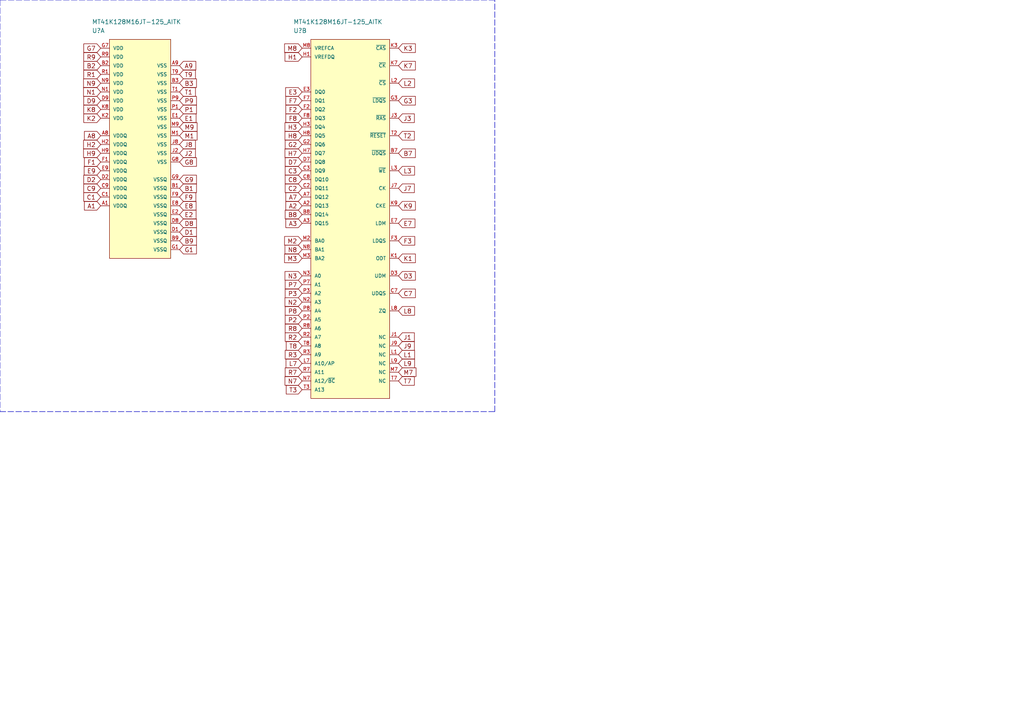
<source format=kicad_sch>
(kicad_sch (version 20201015) (generator eeschema)
  (paper "A4")
  (lib_symbols
    (symbol "eec:MT41K128M16JT-125_AITK" (pin_names (offset 1.016))
      (property "Reference" "U" (at 0 5.08 0))
      (property "Value" "MT41K128M16JT-125_AITK" (at 0 7.62 0))
      (symbol "MT41K128M16JT-125_AITK_1_1"
        (rectangle (start 5.08 2.54) (end 22.86 -60.96) (fill (type background)))
        (pin power_in line (at 2.54 0 0) (length 2.54) (name "VDD") (number "G7"))
        (pin power_in line (at 2.54 -2.54 0) (length 2.54) (name "VDD") (number "R9"))
        (pin power_in line (at 2.54 -5.08 0) (length 2.54) (name "VDD") (number "B2"))
        (pin power_in line (at 2.54 -7.62 0) (length 2.54) (name "VDD") (number "R1"))
        (pin power_in line (at 2.54 -10.16 0) (length 2.54) (name "VDD") (number "N9"))
        (pin power_in line (at 2.54 -12.7 0) (length 2.54) (name "VDD") (number "N1"))
        (pin power_in line (at 2.54 -15.24 0) (length 2.54) (name "VDD") (number "D9"))
        (pin power_in line (at 2.54 -17.78 0) (length 2.54) (name "VDD") (number "K8"))
        (pin power_in line (at 2.54 -20.32 0) (length 2.54) (name "VDD") (number "K2"))
        (pin power_in line (at 2.54 -25.4 0) (length 2.54) (name "VDDQ") (number "A8"))
        (pin power_in line (at 2.54 -27.94 0) (length 2.54) (name "VDDQ") (number "H2"))
        (pin power_in line (at 2.54 -30.48 0) (length 2.54) (name "VDDQ") (number "H9"))
        (pin power_in line (at 2.54 -33.02 0) (length 2.54) (name "VDDQ") (number "F1"))
        (pin power_in line (at 2.54 -35.56 0) (length 2.54) (name "VDDQ") (number "E9"))
        (pin power_in line (at 2.54 -38.1 0) (length 2.54) (name "VDDQ") (number "D2"))
        (pin power_in line (at 2.54 -40.64 0) (length 2.54) (name "VDDQ") (number "C9"))
        (pin power_in line (at 2.54 -43.18 0) (length 2.54) (name "VDDQ") (number "C1"))
        (pin power_in line (at 2.54 -45.72 0) (length 2.54) (name "VDDQ") (number "A1"))
        (pin power_in line (at 25.4 -5.08 180) (length 2.54) (name "VSS") (number "A9"))
        (pin power_in line (at 25.4 -7.62 180) (length 2.54) (name "VSS") (number "T9"))
        (pin power_in line (at 25.4 -10.16 180) (length 2.54) (name "VSS") (number "B3"))
        (pin power_in line (at 25.4 -12.7 180) (length 2.54) (name "VSS") (number "T1"))
        (pin power_in line (at 25.4 -15.24 180) (length 2.54) (name "VSS") (number "P9"))
        (pin power_in line (at 25.4 -17.78 180) (length 2.54) (name "VSS") (number "P1"))
        (pin power_in line (at 25.4 -20.32 180) (length 2.54) (name "VSS") (number "E1"))
        (pin power_in line (at 25.4 -22.86 180) (length 2.54) (name "VSS") (number "M9"))
        (pin power_in line (at 25.4 -25.4 180) (length 2.54) (name "VSS") (number "M1"))
        (pin power_in line (at 25.4 -27.94 180) (length 2.54) (name "VSS") (number "J8"))
        (pin power_in line (at 25.4 -30.48 180) (length 2.54) (name "VSS") (number "J2"))
        (pin power_in line (at 25.4 -33.02 180) (length 2.54) (name "VSS") (number "G8"))
        (pin power_in line (at 25.4 -38.1 180) (length 2.54) (name "VSSQ") (number "G9"))
        (pin power_in line (at 25.4 -40.64 180) (length 2.54) (name "VSSQ") (number "B1"))
        (pin power_in line (at 25.4 -43.18 180) (length 2.54) (name "VSSQ") (number "F9"))
        (pin power_in line (at 25.4 -45.72 180) (length 2.54) (name "VSSQ") (number "E8"))
        (pin power_in line (at 25.4 -48.26 180) (length 2.54) (name "VSSQ") (number "E2"))
        (pin power_in line (at 25.4 -50.8 180) (length 2.54) (name "VSSQ") (number "D8"))
        (pin power_in line (at 25.4 -53.34 180) (length 2.54) (name "VSSQ") (number "D1"))
        (pin power_in line (at 25.4 -55.88 180) (length 2.54) (name "VSSQ") (number "B9"))
        (pin power_in line (at 25.4 -58.42 180) (length 2.54) (name "VSSQ") (number "G1"))
      )
      (symbol "MT41K128M16JT-125_AITK_2_1"
        (rectangle (start 5.08 2.54) (end 27.94 -101.6) (fill (type background)))
        (pin bidirectional line (at 2.54 -12.7 0) (length 2.54) (name "DQ0") (number "E3"))
        (pin bidirectional line (at 2.54 -15.24 0) (length 2.54) (name "DQ1") (number "F7"))
        (pin bidirectional line (at 2.54 -17.78 0) (length 2.54) (name "DQ2") (number "F2"))
        (pin bidirectional line (at 2.54 -20.32 0) (length 2.54) (name "DQ3") (number "F8"))
        (pin bidirectional line (at 2.54 -22.86 0) (length 2.54) (name "DQ4") (number "H3"))
        (pin bidirectional line (at 2.54 -25.4 0) (length 2.54) (name "DQ5") (number "H8"))
        (pin bidirectional line (at 2.54 -27.94 0) (length 2.54) (name "DQ6") (number "G2"))
        (pin bidirectional line (at 2.54 -30.48 0) (length 2.54) (name "DQ7") (number "H7"))
        (pin bidirectional line (at 2.54 -33.02 0) (length 2.54) (name "DQ8") (number "D7"))
        (pin bidirectional line (at 2.54 -35.56 0) (length 2.54) (name "DQ9") (number "C3"))
        (pin bidirectional line (at 2.54 -38.1 0) (length 2.54) (name "DQ10") (number "C8"))
        (pin bidirectional line (at 2.54 -40.64 0) (length 2.54) (name "DQ11") (number "C2"))
        (pin bidirectional line (at 2.54 -43.18 0) (length 2.54) (name "DQ12") (number "A7"))
        (pin bidirectional line (at 2.54 -45.72 0) (length 2.54) (name "DQ13") (number "A2"))
        (pin bidirectional line (at 2.54 -48.26 0) (length 2.54) (name "DQ14") (number "B8"))
        (pin bidirectional line (at 2.54 -50.8 0) (length 2.54) (name "DQ15") (number "A3"))
        (pin bidirectional line (at 2.54 -55.88 0) (length 2.54) (name "BA0") (number "M2"))
        (pin bidirectional line (at 2.54 -58.42 0) (length 2.54) (name "BA1") (number "N8"))
        (pin bidirectional line (at 2.54 -60.96 0) (length 2.54) (name "BA2") (number "M3"))
        (pin input line (at 30.48 0 180) (length 2.54) (name "~CAS~") (number "K3"))
        (pin input line (at 30.48 -5.08 180) (length 2.54) (name "~CK~") (number "K7"))
        (pin input line (at 30.48 -10.16 180) (length 2.54) (name "~CS~") (number "L2"))
        (pin bidirectional line (at 30.48 -15.24 180) (length 2.54) (name "~LDQS~") (number "G3"))
        (pin input line (at 30.48 -20.32 180) (length 2.54) (name "~RAS~") (number "J3"))
        (pin input line (at 30.48 -25.4 180) (length 2.54) (name "~RESET~") (number "T2"))
        (pin bidirectional line (at 30.48 -30.48 180) (length 2.54) (name "~UDQS~") (number "B7"))
        (pin input line (at 30.48 -35.56 180) (length 2.54) (name "~WE~") (number "L3"))
        (pin input line (at 2.54 -66.04 0) (length 2.54) (name "A0") (number "N3"))
        (pin input line (at 2.54 -68.58 0) (length 2.54) (name "A1") (number "P7"))
        (pin input line (at 2.54 -71.12 0) (length 2.54) (name "A2") (number "P3"))
        (pin input line (at 2.54 -73.66 0) (length 2.54) (name "A3") (number "N2"))
        (pin input line (at 2.54 -76.2 0) (length 2.54) (name "A4") (number "P8"))
        (pin input line (at 2.54 -78.74 0) (length 2.54) (name "A5") (number "P2"))
        (pin input line (at 2.54 -81.28 0) (length 2.54) (name "A6") (number "R8"))
        (pin input line (at 2.54 -83.82 0) (length 2.54) (name "A7") (number "R2"))
        (pin input line (at 2.54 -86.36 0) (length 2.54) (name "A8") (number "T8"))
        (pin input line (at 2.54 -88.9 0) (length 2.54) (name "A9") (number "R3"))
        (pin input line (at 2.54 -91.44 0) (length 2.54) (name "A10/AP") (number "L7"))
        (pin input line (at 2.54 -93.98 0) (length 2.54) (name "A11") (number "R7"))
        (pin input line (at 2.54 -96.52 0) (length 2.54) (name "A12/~BC~") (number "N7"))
        (pin input line (at 2.54 -99.06 0) (length 2.54) (name "A13") (number "T3"))
        (pin input line (at 30.48 -40.64 180) (length 2.54) (name "CK") (number "J7"))
        (pin input line (at 30.48 -45.72 180) (length 2.54) (name "CKE") (number "K9"))
        (pin input line (at 30.48 -50.8 180) (length 2.54) (name "LDM") (number "E7"))
        (pin bidirectional line (at 30.48 -55.88 180) (length 2.54) (name "LDQS") (number "F3"))
        (pin input line (at 30.48 -60.96 180) (length 2.54) (name "ODT") (number "K1"))
        (pin input line (at 30.48 -66.04 180) (length 2.54) (name "UDM") (number "D3"))
        (pin bidirectional line (at 30.48 -71.12 180) (length 2.54) (name "UDQS") (number "C7"))
        (pin power_in line (at 2.54 0 0) (length 2.54) (name "VREFCA") (number "M8"))
        (pin power_in line (at 2.54 -2.54 0) (length 2.54) (name "VREFDQ") (number "H1"))
        (pin passive line (at 30.48 -76.2 180) (length 2.54) (name "ZQ") (number "L8"))
        (pin passive line (at 30.48 -83.82 180) (length 2.54) (name "NC") (number "J1"))
        (pin passive line (at 30.48 -86.36 180) (length 2.54) (name "NC") (number "J9"))
        (pin passive line (at 30.48 -88.9 180) (length 2.54) (name "NC") (number "L1"))
        (pin passive line (at 30.48 -91.44 180) (length 2.54) (name "NC") (number "L9"))
        (pin passive line (at 30.48 -93.98 180) (length 2.54) (name "NC") (number "M7"))
        (pin passive line (at 30.48 -96.52 180) (length 2.54) (name "NC") (number "T7"))
      )
    )
  )
  (polyline (pts (xy 0 0) (xy 0 119.38)) (stroke (width 0) (type dash)))
  (polyline (pts (xy 0 119.38) (xy 143.51 119.38)) (stroke (width 0) (type dash)))
  (polyline (pts (xy 143.51 0) (xy 0 0)) (stroke (width 0) (type dash)))
  (polyline (pts (xy 143.51 119.38) (xy 143.51 0)) (stroke (width 0) (type dash)))
  (text "D U66\nF .*\nV .*" (at 0 0 0) (effects (font (size 1.27 1.27)) (justify left bottom)))
  (global_label "G7" (shape input) (at 29.21 13.97 180) (property "Intersheet References" "${INTERSHEET_REFS}" (effects hide)))
  (global_label "R9" (shape input) (at 29.21 16.51 180) (property "Intersheet References" "${INTERSHEET_REFS}" (effects hide)))
  (global_label "B2" (shape input) (at 29.21 19.05 180) (property "Intersheet References" "${INTERSHEET_REFS}" (effects hide)))
  (global_label "R1" (shape input) (at 29.21 21.59 180) (property "Intersheet References" "${INTERSHEET_REFS}" (effects hide)))
  (global_label "N9" (shape input) (at 29.21 24.13 180) (property "Intersheet References" "${INTERSHEET_REFS}" (effects hide)))
  (global_label "N1" (shape input) (at 29.21 26.67 180) (property "Intersheet References" "${INTERSHEET_REFS}" (effects hide)))
  (global_label "D9" (shape input) (at 29.21 29.21 180) (property "Intersheet References" "${INTERSHEET_REFS}" (effects hide)))
  (global_label "K8" (shape input) (at 29.21 31.75 180) (property "Intersheet References" "${INTERSHEET_REFS}" (effects hide)))
  (global_label "K2" (shape input) (at 29.21 34.29 180) (property "Intersheet References" "${INTERSHEET_REFS}" (effects hide)))
  (global_label "A8" (shape input) (at 29.21 39.37 180) (property "Intersheet References" "${INTERSHEET_REFS}" (effects hide)))
  (global_label "H2" (shape input) (at 29.21 41.91 180) (property "Intersheet References" "${INTERSHEET_REFS}" (effects hide)))
  (global_label "H9" (shape input) (at 29.21 44.45 180) (property "Intersheet References" "${INTERSHEET_REFS}" (effects hide)))
  (global_label "F1" (shape input) (at 29.21 46.99 180) (property "Intersheet References" "${INTERSHEET_REFS}" (effects hide)))
  (global_label "E9" (shape input) (at 29.21 49.53 180) (property "Intersheet References" "${INTERSHEET_REFS}" (effects hide)))
  (global_label "D2" (shape input) (at 29.21 52.07 180) (property "Intersheet References" "${INTERSHEET_REFS}" (effects hide)))
  (global_label "C9" (shape input) (at 29.21 54.61 180) (property "Intersheet References" "${INTERSHEET_REFS}" (effects hide)))
  (global_label "C1" (shape input) (at 29.21 57.15 180) (property "Intersheet References" "${INTERSHEET_REFS}" (effects hide)))
  (global_label "A1" (shape input) (at 29.21 59.69 180) (property "Intersheet References" "${INTERSHEET_REFS}" (effects hide)))
  (global_label "A9" (shape input) (at 52.07 19.05 0) (property "Intersheet References" "${INTERSHEET_REFS}" (effects hide)))
  (global_label "T9" (shape input) (at 52.07 21.59 0) (property "Intersheet References" "${INTERSHEET_REFS}" (effects hide)))
  (global_label "B3" (shape input) (at 52.07 24.13 0) (property "Intersheet References" "${INTERSHEET_REFS}" (effects hide)))
  (global_label "T1" (shape input) (at 52.07 26.67 0) (property "Intersheet References" "${INTERSHEET_REFS}" (effects hide)))
  (global_label "P9" (shape input) (at 52.07 29.21 0) (property "Intersheet References" "${INTERSHEET_REFS}" (effects hide)))
  (global_label "P1" (shape input) (at 52.07 31.75 0) (property "Intersheet References" "${INTERSHEET_REFS}" (effects hide)))
  (global_label "E1" (shape input) (at 52.07 34.29 0) (property "Intersheet References" "${INTERSHEET_REFS}" (effects hide)))
  (global_label "M9" (shape input) (at 52.07 36.83 0) (property "Intersheet References" "${INTERSHEET_REFS}" (effects hide)))
  (global_label "M1" (shape input) (at 52.07 39.37 0) (property "Intersheet References" "${INTERSHEET_REFS}" (effects hide)))
  (global_label "J8" (shape input) (at 52.07 41.91 0) (property "Intersheet References" "${INTERSHEET_REFS}" (effects hide)))
  (global_label "J2" (shape input) (at 52.07 44.45 0) (property "Intersheet References" "${INTERSHEET_REFS}" (effects hide)))
  (global_label "G8" (shape input) (at 52.07 46.99 0) (property "Intersheet References" "${INTERSHEET_REFS}" (effects hide)))
  (global_label "G9" (shape input) (at 52.07 52.07 0) (property "Intersheet References" "${INTERSHEET_REFS}" (effects hide)))
  (global_label "B1" (shape input) (at 52.07 54.61 0) (property "Intersheet References" "${INTERSHEET_REFS}" (effects hide)))
  (global_label "F9" (shape input) (at 52.07 57.15 0) (property "Intersheet References" "${INTERSHEET_REFS}" (effects hide)))
  (global_label "E8" (shape input) (at 52.07 59.69 0) (property "Intersheet References" "${INTERSHEET_REFS}" (effects hide)))
  (global_label "E2" (shape input) (at 52.07 62.23 0) (property "Intersheet References" "${INTERSHEET_REFS}" (effects hide)))
  (global_label "D8" (shape input) (at 52.07 64.77 0) (property "Intersheet References" "${INTERSHEET_REFS}" (effects hide)))
  (global_label "D1" (shape input) (at 52.07 67.31 0) (property "Intersheet References" "${INTERSHEET_REFS}" (effects hide)))
  (global_label "B9" (shape input) (at 52.07 69.85 0) (property "Intersheet References" "${INTERSHEET_REFS}" (effects hide)))
  (global_label "G1" (shape input) (at 52.07 72.39 0) (property "Intersheet References" "${INTERSHEET_REFS}" (effects hide)))
  (global_label "M8" (shape input) (at 87.63 13.97 180) (property "Intersheet References" "${INTERSHEET_REFS}" (effects hide)))
  (global_label "H1" (shape input) (at 87.63 16.51 180) (property "Intersheet References" "${INTERSHEET_REFS}" (effects hide)))
  (global_label "E3" (shape input) (at 87.63 26.67 180) (property "Intersheet References" "${INTERSHEET_REFS}" (effects hide)))
  (global_label "F7" (shape input) (at 87.63 29.21 180) (property "Intersheet References" "${INTERSHEET_REFS}" (effects hide)))
  (global_label "F2" (shape input) (at 87.63 31.75 180) (property "Intersheet References" "${INTERSHEET_REFS}" (effects hide)))
  (global_label "F8" (shape input) (at 87.63 34.29 180) (property "Intersheet References" "${INTERSHEET_REFS}" (effects hide)))
  (global_label "H3" (shape input) (at 87.63 36.83 180) (property "Intersheet References" "${INTERSHEET_REFS}" (effects hide)))
  (global_label "H8" (shape input) (at 87.63 39.37 180) (property "Intersheet References" "${INTERSHEET_REFS}" (effects hide)))
  (global_label "G2" (shape input) (at 87.63 41.91 180) (property "Intersheet References" "${INTERSHEET_REFS}" (effects hide)))
  (global_label "H7" (shape input) (at 87.63 44.45 180) (property "Intersheet References" "${INTERSHEET_REFS}" (effects hide)))
  (global_label "D7" (shape input) (at 87.63 46.99 180) (property "Intersheet References" "${INTERSHEET_REFS}" (effects hide)))
  (global_label "C3" (shape input) (at 87.63 49.53 180) (property "Intersheet References" "${INTERSHEET_REFS}" (effects hide)))
  (global_label "C8" (shape input) (at 87.63 52.07 180) (property "Intersheet References" "${INTERSHEET_REFS}" (effects hide)))
  (global_label "C2" (shape input) (at 87.63 54.61 180) (property "Intersheet References" "${INTERSHEET_REFS}" (effects hide)))
  (global_label "A7" (shape input) (at 87.63 57.15 180) (property "Intersheet References" "${INTERSHEET_REFS}" (effects hide)))
  (global_label "A2" (shape input) (at 87.63 59.69 180) (property "Intersheet References" "${INTERSHEET_REFS}" (effects hide)))
  (global_label "B8" (shape input) (at 87.63 62.23 180) (property "Intersheet References" "${INTERSHEET_REFS}" (effects hide)))
  (global_label "A3" (shape input) (at 87.63 64.77 180) (property "Intersheet References" "${INTERSHEET_REFS}" (effects hide)))
  (global_label "M2" (shape input) (at 87.63 69.85 180) (property "Intersheet References" "${INTERSHEET_REFS}" (effects hide)))
  (global_label "N8" (shape input) (at 87.63 72.39 180) (property "Intersheet References" "${INTERSHEET_REFS}" (effects hide)))
  (global_label "M3" (shape input) (at 87.63 74.93 180) (property "Intersheet References" "${INTERSHEET_REFS}" (effects hide)))
  (global_label "N3" (shape input) (at 87.63 80.01 180) (property "Intersheet References" "${INTERSHEET_REFS}" (effects hide)))
  (global_label "P7" (shape input) (at 87.63 82.55 180) (property "Intersheet References" "${INTERSHEET_REFS}" (effects hide)))
  (global_label "P3" (shape input) (at 87.63 85.09 180) (property "Intersheet References" "${INTERSHEET_REFS}" (effects hide)))
  (global_label "N2" (shape input) (at 87.63 87.63 180) (property "Intersheet References" "${INTERSHEET_REFS}" (effects hide)))
  (global_label "P8" (shape input) (at 87.63 90.17 180) (property "Intersheet References" "${INTERSHEET_REFS}" (effects hide)))
  (global_label "P2" (shape input) (at 87.63 92.71 180) (property "Intersheet References" "${INTERSHEET_REFS}" (effects hide)))
  (global_label "R8" (shape input) (at 87.63 95.25 180) (property "Intersheet References" "${INTERSHEET_REFS}" (effects hide)))
  (global_label "R2" (shape input) (at 87.63 97.79 180) (property "Intersheet References" "${INTERSHEET_REFS}" (effects hide)))
  (global_label "T8" (shape input) (at 87.63 100.33 180) (property "Intersheet References" "${INTERSHEET_REFS}" (effects hide)))
  (global_label "R3" (shape input) (at 87.63 102.87 180) (property "Intersheet References" "${INTERSHEET_REFS}" (effects hide)))
  (global_label "L7" (shape input) (at 87.63 105.41 180) (property "Intersheet References" "${INTERSHEET_REFS}" (effects hide)))
  (global_label "R7" (shape input) (at 87.63 107.95 180) (property "Intersheet References" "${INTERSHEET_REFS}" (effects hide)))
  (global_label "N7" (shape input) (at 87.63 110.49 180) (property "Intersheet References" "${INTERSHEET_REFS}" (effects hide)))
  (global_label "T3" (shape input) (at 87.63 113.03 180) (property "Intersheet References" "${INTERSHEET_REFS}" (effects hide)))
  (global_label "K3" (shape input) (at 115.57 13.97 0) (property "Intersheet References" "${INTERSHEET_REFS}" (effects hide)))
  (global_label "K7" (shape input) (at 115.57 19.05 0) (property "Intersheet References" "${INTERSHEET_REFS}" (effects hide)))
  (global_label "L2" (shape input) (at 115.57 24.13 0) (property "Intersheet References" "${INTERSHEET_REFS}" (effects hide)))
  (global_label "G3" (shape input) (at 115.57 29.21 0) (property "Intersheet References" "${INTERSHEET_REFS}" (effects hide)))
  (global_label "J3" (shape input) (at 115.57 34.29 0) (property "Intersheet References" "${INTERSHEET_REFS}" (effects hide)))
  (global_label "T2" (shape input) (at 115.57 39.37 0) (property "Intersheet References" "${INTERSHEET_REFS}" (effects hide)))
  (global_label "B7" (shape input) (at 115.57 44.45 0) (property "Intersheet References" "${INTERSHEET_REFS}" (effects hide)))
  (global_label "L3" (shape input) (at 115.57 49.53 0) (property "Intersheet References" "${INTERSHEET_REFS}" (effects hide)))
  (global_label "J7" (shape input) (at 115.57 54.61 0) (property "Intersheet References" "${INTERSHEET_REFS}" (effects hide)))
  (global_label "K9" (shape input) (at 115.57 59.69 0) (property "Intersheet References" "${INTERSHEET_REFS}" (effects hide)))
  (global_label "E7" (shape input) (at 115.57 64.77 0) (property "Intersheet References" "${INTERSHEET_REFS}" (effects hide)))
  (global_label "F3" (shape input) (at 115.57 69.85 0) (property "Intersheet References" "${INTERSHEET_REFS}" (effects hide)))
  (global_label "K1" (shape input) (at 115.57 74.93 0) (property "Intersheet References" "${INTERSHEET_REFS}" (effects hide)))
  (global_label "D3" (shape input) (at 115.57 80.01 0) (property "Intersheet References" "${INTERSHEET_REFS}" (effects hide)))
  (global_label "C7" (shape input) (at 115.57 85.09 0) (property "Intersheet References" "${INTERSHEET_REFS}" (effects hide)))
  (global_label "L8" (shape input) (at 115.57 90.17 0) (property "Intersheet References" "${INTERSHEET_REFS}" (effects hide)))
  (global_label "J1" (shape input) (at 115.57 97.79 0) (property "Intersheet References" "${INTERSHEET_REFS}" (effects hide)))
  (global_label "J9" (shape input) (at 115.57 100.33 0) (property "Intersheet References" "${INTERSHEET_REFS}" (effects hide)))
  (global_label "L1" (shape input) (at 115.57 102.87 0) (property "Intersheet References" "${INTERSHEET_REFS}" (effects hide)))
  (global_label "L9" (shape input) (at 115.57 105.41 0) (property "Intersheet References" "${INTERSHEET_REFS}" (effects hide)))
  (global_label "M7" (shape input) (at 115.57 107.95 0) (property "Intersheet References" "${INTERSHEET_REFS}" (effects hide)))
  (global_label "T7" (shape input) (at 115.57 110.49 0) (property "Intersheet References" "${INTERSHEET_REFS}" (effects hide)))
  (symbol (lib_id "eec:MT41K128M16JT-125_AITK") (at 26.67 13.97 0) (unit 1)
    (property "Reference" "U?" (at 26.67 8.89 0) (effects (justify left)))
    (property "Value" "MT41K128M16JT-125_AITK" (at 26.67 6.35 0) (effects (justify left)))
    (property "Footprint" "Micron-JT-0-0-*" (effects hide))
    (property "Datasheet" "http://www.micron.com/~/media/documents/products/data-sheet/dram/ddr3/2gb_1_35v_ddr3l.pdf" (effects hide))
    (property "category" "IC" (effects hide))
    (property "device class L1" "Integrated Circuits (ICs)" (effects hide))
    (property "device class L2" "Memory" (effects hide))
    (property "device class L3" "RAM" (effects hide))
    (property "digikey description" "IC DRAM 2G PARALLEL 96FBGA" (effects hide))
    (property "digikey part number" "557-1752-ND" (effects hide))
    (property "height" "1.2mm" (effects hide))
    (property "interface" "Parallel" (effects hide))
    (property "ipc land pattern name" "BGA144N80P9X16_1410X810X120" (effects hide))
    (property "lead free" "yes" (effects hide))
    (property "library id" "6afe3f7199e70a5b" (effects hide))
    (property "manufacturer" "Micron" (effects hide))
    (property "max supply voltage" "1.45V" (effects hide))
    (property "memory size" "256MB" (effects hide))
    (property "memory type" "RAM,SDRAM" (effects hide))
    (property "min supply voltage" "1.283V" (effects hide))
    (property "mouser part number" "340-135814-TRAY" (effects hide))
    (property "package" "FBGA96" (effects hide))
    (property "rohs" "yes" (effects hide))
    (property "standoff height" "0.25mm" (effects hide))
    (property "temperature range high" "+95°C" (effects hide))
    (property "temperature range low" "-40°C" (effects hide))
  )
  (symbol (lib_id "eec:MT41K128M16JT-125_AITK") (at 85.09 13.97 0) (unit 2)
    (property "Reference" "U?" (at 85.09 8.89 0) (effects (justify left)))
    (property "Value" "MT41K128M16JT-125_AITK" (at 85.09 6.35 0) (effects (justify left)))
    (property "Footprint" "Micron-JT-0-0-*" (effects hide))
    (property "Datasheet" "http://www.micron.com/~/media/documents/products/data-sheet/dram/ddr3/2gb_1_35v_ddr3l.pdf" (effects hide))
    (property "category" "IC" (effects hide))
    (property "device class L1" "Integrated Circuits (ICs)" (effects hide))
    (property "device class L2" "Memory" (effects hide))
    (property "device class L3" "RAM" (effects hide))
    (property "digikey description" "IC DRAM 2G PARALLEL 96FBGA" (effects hide))
    (property "digikey part number" "557-1752-ND" (effects hide))
    (property "height" "1.2mm" (effects hide))
    (property "interface" "Parallel" (effects hide))
    (property "ipc land pattern name" "BGA144N80P9X16_1410X810X120" (effects hide))
    (property "lead free" "yes" (effects hide))
    (property "library id" "6afe3f7199e70a5b" (effects hide))
    (property "manufacturer" "Micron" (effects hide))
    (property "max supply voltage" "1.45V" (effects hide))
    (property "memory size" "256MB" (effects hide))
    (property "memory type" "RAM,SDRAM" (effects hide))
    (property "min supply voltage" "1.283V" (effects hide))
    (property "mouser part number" "340-135814-TRAY" (effects hide))
    (property "package" "FBGA96" (effects hide))
    (property "rohs" "yes" (effects hide))
    (property "standoff height" "0.25mm" (effects hide))
    (property "temperature range high" "+95°C" (effects hide))
    (property "temperature range low" "-40°C" (effects hide))
  )
)
</source>
